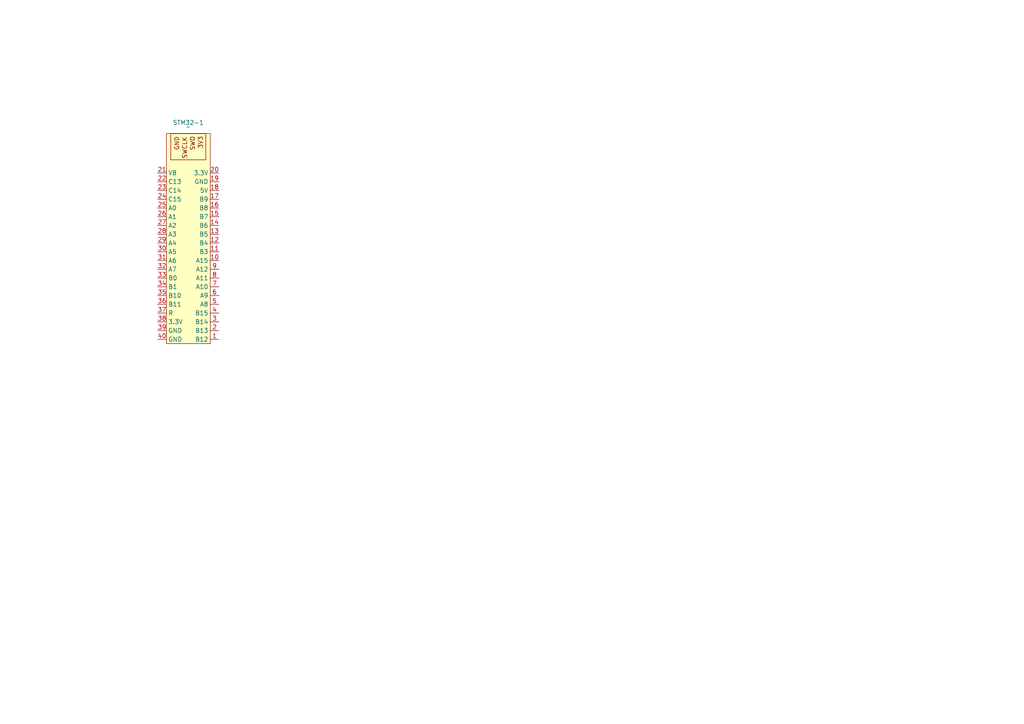
<source format=kicad_sch>
(kicad_sch (version 20231120) (generator "eeschema") (generator_version "8.0")
  (paper "A4")
  (lib_symbols
    (symbol "Oscillospcope_lib:Kit_STM32F103C8T6"
      (property "Reference" "STM32-" (at 0.762 8.382 0))
      (symbol "Kit_STM32F103C8T6_1_1"
        (rectangle (start -6.35 0) (end 6.35 -60.96) (fill (type background)))
        (rectangle (start -5.08 0) (end 5.08 -7.62) (fill (type background)))
        (text "3V3" (at 3.556 -2.54 900) (effects (font (size 1.27 1.27))))
        (text "GND" (at -3.302 -2.794 900) (effects (font (size 1.27 1.27))))
        (text "SWCLK" (at -1.016 -4.064 900) (effects (font (size 1.27 1.27))))
        (text "SWO" (at 1.27 -2.794 900) (effects (font (size 1.27 1.27))))
        (pin bidirectional line (at 8.89 -59.69 180) (length 2.54) (name "B12") (number "1"))
        (pin bidirectional line (at 8.89 -36.83 180) (length 2.54) (name "A15") (number "10"))
        (pin bidirectional line (at 8.89 -34.29 180) (length 2.54) (name "B3") (number "11"))
        (pin bidirectional line (at 8.89 -31.75 180) (length 2.54) (name "B4") (number "12"))
        (pin bidirectional line (at 8.89 -29.21 180) (length 2.54) (name "B5") (number "13"))
        (pin bidirectional line (at 8.89 -26.67 180) (length 2.54) (name "B6") (number "14"))
        (pin bidirectional line (at 8.89 -24.13 180) (length 2.54) (name "B7") (number "15"))
        (pin bidirectional line (at 8.89 -21.59 180) (length 2.54) (name "B8") (number "16"))
        (pin bidirectional line (at 8.89 -19.05 180) (length 2.54) (name "B9") (number "17"))
        (pin bidirectional line (at 8.89 -16.51 180) (length 2.54) (name "5V") (number "18"))
        (pin bidirectional line (at 8.89 -13.97 180) (length 2.54) (name "GND") (number "19"))
        (pin bidirectional line (at 8.89 -57.15 180) (length 2.54) (name "B13") (number "2"))
        (pin bidirectional line (at 8.89 -11.43 180) (length 2.54) (name "3.3V") (number "20"))
        (pin bidirectional line (at -8.89 -11.43 0) (length 2.54) (name "VB") (number "21"))
        (pin bidirectional line (at -8.89 -13.97 0) (length 2.54) (name "C13") (number "22"))
        (pin bidirectional line (at -8.89 -16.51 0) (length 2.54) (name "C14") (number "23"))
        (pin bidirectional line (at -8.89 -19.05 0) (length 2.54) (name "C15") (number "24"))
        (pin bidirectional line (at -8.89 -21.59 0) (length 2.54) (name "A0") (number "25"))
        (pin bidirectional line (at -8.89 -24.13 0) (length 2.54) (name "A1") (number "26"))
        (pin bidirectional line (at -8.89 -26.67 0) (length 2.54) (name "A2") (number "27"))
        (pin bidirectional line (at -8.89 -29.21 0) (length 2.54) (name "A3") (number "28"))
        (pin bidirectional line (at -8.89 -31.75 0) (length 2.54) (name "A4") (number "29"))
        (pin bidirectional line (at 8.89 -54.61 180) (length 2.54) (name "B14") (number "3"))
        (pin bidirectional line (at -8.89 -34.29 0) (length 2.54) (name "A5") (number "30"))
        (pin bidirectional line (at -8.89 -36.83 0) (length 2.54) (name "A6") (number "31"))
        (pin bidirectional line (at -8.89 -39.37 0) (length 2.54) (name "A7") (number "32"))
        (pin bidirectional line (at -8.89 -41.91 0) (length 2.54) (name "B0") (number "33"))
        (pin bidirectional line (at -8.89 -44.45 0) (length 2.54) (name "B1") (number "34"))
        (pin bidirectional line (at -8.89 -46.99 0) (length 2.54) (name "B10") (number "35"))
        (pin bidirectional line (at -8.89 -49.53 0) (length 2.54) (name "B11") (number "36"))
        (pin bidirectional line (at -8.89 -52.07 0) (length 2.54) (name "R") (number "37"))
        (pin bidirectional line (at -8.89 -54.61 0) (length 2.54) (name "3.3V") (number "38"))
        (pin bidirectional line (at -8.89 -57.15 0) (length 2.54) (name "GND") (number "39"))
        (pin bidirectional line (at 8.89 -52.07 180) (length 2.54) (name "B15") (number "4"))
        (pin bidirectional line (at -8.89 -59.69 0) (length 2.54) (name "GND") (number "40"))
        (pin bidirectional line (at 8.89 -49.53 180) (length 2.54) (name "A8") (number "5"))
        (pin bidirectional line (at 8.89 -46.99 180) (length 2.54) (name "A9") (number "6"))
        (pin bidirectional line (at 8.89 -44.45 180) (length 2.54) (name "A10") (number "7"))
        (pin bidirectional line (at 8.89 -41.91 180) (length 2.54) (name "A11") (number "8"))
        (pin bidirectional line (at 8.89 -39.37 180) (length 2.54) (name "A12") (number "9"))
      )
    )
  )
  (symbol (lib_id "Oscillospcope_lib:Kit_STM32F103C8T6") (at 54.61 38.735 0) (unit 1)
    (property "Reference" "STM32-1" (at 54.61 35.56 0))
    (property "Value" "~" (at 54.61 36.83 0))
    (property "Footprint" "Oscillospcope_lib:Kit_STM32F103C8T6" (effects (hide yes)))
  )
)
</source>
